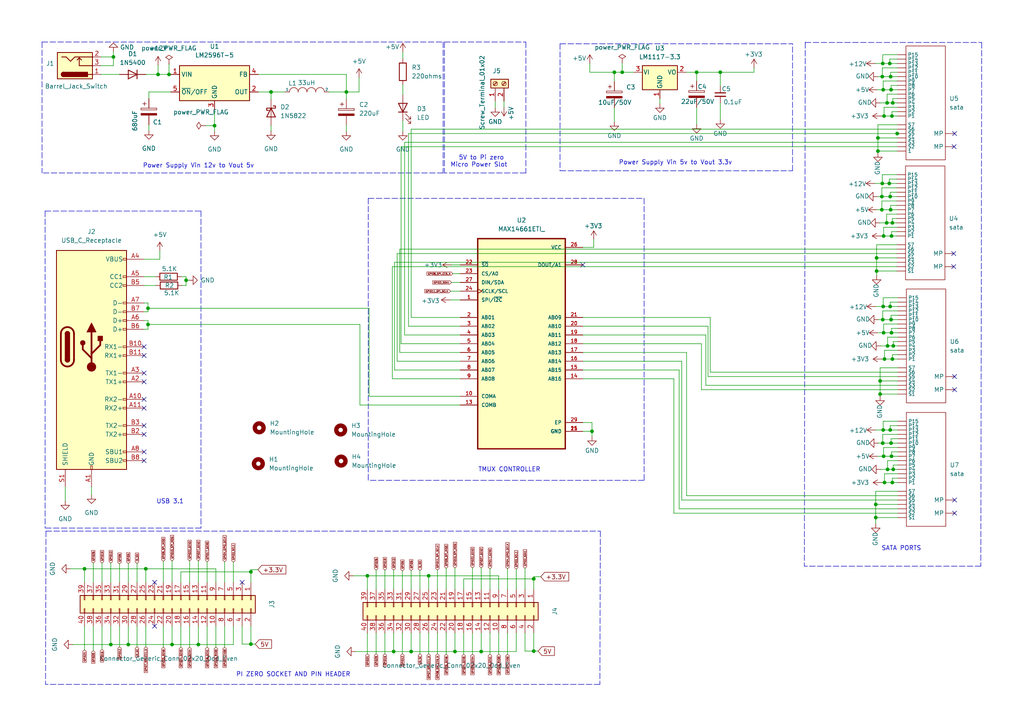
<source format=kicad_sch>
(kicad_sch (version 20211123) (generator eeschema)
  (paper "A4")
  (junction (at 131.953 188.976))
  (junction (at 256.032 128.524))
  (junction (at 254.254 78.613))
  (junction (at 258.572 132.334))
  (junction (at 256.159 26.035))
  (junction (at 178.181 20.955))
  (junction (at 72.771 186.817))
  (junction (at 72.771 165.862))
  (junction (at 180.467 20.955))
  (junction (at 258.953 29.845))
  (junction (at 100.457 26.67))
  (junction (at 256.286 132.334))
  (junction (at 119.253 188.976))
  (junction (at 114.173 188.976))
  (junction (at 154.813 188.849))
  (junction (at 258.445 92.71))
  (junction (at 255.27 110.49))
  (junction (at 254.254 74.803))
  (junction (at 257.302 29.845))
  (junction (at 254.635 43.815))
  (junction (at 256.159 124.714))
  (junction (at 256.032 18.415))
  (junction (at 256.54 139.954))
  (junction (at 258.318 60.833))
  (junction (at 171.704 125.095))
  (junction (at 259.08 100.33))
  (junction (at 260.223 38.735))
  (junction (at 42.291 164.973))
  (junction (at 57.531 186.944))
  (junction (at 202.057 20.955))
  (junction (at 256.413 33.655))
  (junction (at 106.553 167.005))
  (junction (at 45.847 21.59))
  (junction (at 255.27 114.3))
  (junction (at 255.905 22.225))
  (junction (at 256.032 92.71))
  (junction (at 37.211 186.944))
  (junction (at 255.905 53.213))
  (junction (at 254 150.114))
  (junction (at 49.911 186.944))
  (junction (at 24.511 164.973))
  (junction (at 258.572 96.52))
  (junction (at 258.318 22.225))
  (junction (at 258.826 64.643))
  (junction (at 258.191 124.714))
  (junction (at 258.191 88.9))
  (junction (at 139.573 188.976))
  (junction (at 258.699 33.655))
  (junction (at 62.23 36.449))
  (junction (at 124.333 167.005))
  (junction (at 32.131 186.944))
  (junction (at 257.175 64.643))
  (junction (at 258.826 139.954))
  (junction (at 32.893 16.51))
  (junction (at 258.445 128.524))
  (junction (at 257.429 100.33))
  (junction (at 42.926 94.107))
  (junction (at 208.915 20.955))
  (junction (at 255.778 60.833))
  (junction (at 258.445 26.035))
  (junction (at 154.813 167.894))
  (junction (at 258.191 57.023))
  (junction (at 254.635 40.005))
  (junction (at 53.975 81.28))
  (junction (at 258.572 68.453))
  (junction (at 256.159 88.9))
  (junction (at 259.08 136.144))
  (junction (at 78.613 26.67))
  (junction (at 257.429 136.144))
  (junction (at 257.937 53.213))
  (junction (at 256.286 68.453))
  (junction (at 258.064 18.415))
  (junction (at 256.286 96.52))
  (junction (at 254 146.304))
  (junction (at 256.54 104.14))
  (junction (at 255.778 57.023))
  (junction (at 42.926 89.408))
  (junction (at 49.022 21.59))
  (junction (at 258.826 104.14))
  (no_connect (at 276.86 38.735))
  (no_connect (at 276.733 42.545))
  (no_connect (at 276.606 73.533))
  (no_connect (at 276.606 77.343))
  (no_connect (at 276.86 109.22))
  (no_connect (at 44.831 181.61))
  (no_connect (at 41.783 103.124))
  (no_connect (at 41.783 108.204))
  (no_connect (at 41.783 100.584))
  (no_connect (at 41.783 110.744))
  (no_connect (at 41.783 115.824))
  (no_connect (at 41.783 118.364))
  (no_connect (at 41.783 125.984))
  (no_connect (at 41.783 123.444))
  (no_connect (at 169.037 76.835))
  (no_connect (at 70.231 168.91))
  (no_connect (at 41.783 131.064))
  (no_connect (at 41.783 133.604))
  (no_connect (at 276.86 113.03))
  (no_connect (at 276.86 145.034))
  (no_connect (at 276.86 148.844))
  (no_connect (at 44.831 168.91))
  (wire (pts (xy 205.359 94.615) (xy 169.037 94.615)))
  (polyline (pts (xy 128.524 50.165) (xy 12.192 50.165)))
  (wire (pts (xy 72.771 165.862) (xy 72.771 165.227)))
  (wire (pts (xy 255.905 22.225) (xy 258.318 22.225)))
  (polyline (pts (xy 186.817 139.319) (xy 106.807 139.319)))
  (wire (pts (xy 29.591 181.61) (xy 29.591 188.341)))
  (wire (pts (xy 256.032 15.875) (xy 256.032 18.415)))
  (wire (pts (xy 256.159 26.035) (xy 258.445 26.035)))
  (wire (pts (xy 255.397 100.33) (xy 257.429 100.33)))
  (wire (pts (xy 42.291 164.973) (xy 24.511 164.973)))
  (wire (pts (xy 100.457 26.67) (xy 104.14 26.67)))
  (wire (pts (xy 260.096 72.263) (xy 115.951 72.263)))
  (wire (pts (xy 260.096 67.183) (xy 258.572 67.183)))
  (wire (pts (xy 260.223 20.955) (xy 258.318 20.955)))
  (polyline (pts (xy 128.524 12.192) (xy 128.524 50.165)))
  (wire (pts (xy 42.291 181.61) (xy 42.291 187.579)))
  (wire (pts (xy 204.724 97.155) (xy 169.037 97.155)))
  (polyline (pts (xy 13.335 154.051) (xy 13.208 198.501)))
  (wire (pts (xy 256.413 31.115) (xy 260.223 31.115)))
  (wire (pts (xy 260.096 50.673) (xy 255.905 50.673)))
  (polyline (pts (xy 284.48 164.211) (xy 233.299 164.211)))
  (wire (pts (xy 256.032 92.71) (xy 258.445 92.71)))
  (polyline (pts (xy 229.87 49.53) (xy 229.87 12.7)))
  (wire (pts (xy 41.783 82.804) (xy 45.212 82.804)))
  (wire (pts (xy 139.573 164.719) (xy 139.573 170.942)))
  (wire (pts (xy 116.713 165.608) (xy 116.713 170.942)))
  (polyline (pts (xy 162.433 12.7) (xy 162.433 49.53)))
  (wire (pts (xy 254 150.114) (xy 254 151.892)))
  (wire (pts (xy 116.332 99.695) (xy 133.477 99.695)))
  (wire (pts (xy 256.286 132.334) (xy 258.572 132.334)))
  (wire (pts (xy 260.35 90.17) (xy 256.032 90.17)))
  (wire (pts (xy 254.254 70.993) (xy 254.254 74.803)))
  (wire (pts (xy 126.873 165.354) (xy 126.873 170.942)))
  (wire (pts (xy 260.096 77.343) (xy 113.792 77.343)))
  (wire (pts (xy 47.371 162.814) (xy 47.371 168.91)))
  (wire (pts (xy 59.563 36.449) (xy 62.23 36.449)))
  (wire (pts (xy 258.445 24.765) (xy 258.445 26.035)))
  (wire (pts (xy 255.27 29.845) (xy 257.302 29.845)))
  (polyline (pts (xy 233.553 12.319) (xy 233.299 164.211)))
  (polyline (pts (xy 173.99 198.501) (xy 13.208 198.501)))
  (wire (pts (xy 260.35 86.36) (xy 256.159 86.36)))
  (wire (pts (xy 256.286 96.52) (xy 258.572 96.52)))
  (wire (pts (xy 258.572 131.064) (xy 258.572 132.334)))
  (wire (pts (xy 256.54 139.954) (xy 258.826 139.954)))
  (wire (pts (xy 256.54 139.954) (xy 256.54 137.414)))
  (wire (pts (xy 118.491 94.615) (xy 133.477 94.615)))
  (wire (pts (xy 41.783 95.504) (xy 42.926 95.504)))
  (wire (pts (xy 205.359 109.22) (xy 205.359 94.615)))
  (wire (pts (xy 37.211 181.61) (xy 37.211 186.944)))
  (polyline (pts (xy 12.192 12.192) (xy 128.524 12.192)))
  (wire (pts (xy 42.926 89.408) (xy 42.926 90.424)))
  (polyline (pts (xy 58.293 61.214) (xy 58.293 153.162)))
  (wire (pts (xy 258.191 57.023) (xy 260.096 57.023)))
  (wire (pts (xy 260.35 87.63) (xy 258.191 87.63)))
  (wire (pts (xy 45.847 18.923) (xy 45.847 21.59)))
  (wire (pts (xy 260.35 138.684) (xy 258.826 138.684)))
  (wire (pts (xy 256.032 18.415) (xy 258.064 18.415)))
  (wire (pts (xy 147.193 164.973) (xy 147.193 170.942)))
  (wire (pts (xy 257.429 133.604) (xy 257.429 136.144)))
  (wire (pts (xy 255.778 139.954) (xy 256.54 139.954)))
  (wire (pts (xy 116.332 42.545) (xy 116.332 99.695)))
  (wire (pts (xy 258.318 22.225) (xy 260.223 22.225)))
  (wire (pts (xy 254 146.304) (xy 254 150.114)))
  (wire (pts (xy 254.762 128.524) (xy 256.032 128.524)))
  (polyline (pts (xy 152.527 12.192) (xy 152.527 50.165)))
  (wire (pts (xy 169.037 122.555) (xy 171.704 122.555)))
  (wire (pts (xy 256.286 68.453) (xy 256.286 65.913)))
  (wire (pts (xy 260.35 134.874) (xy 259.08 134.874)))
  (wire (pts (xy 154.813 167.894) (xy 154.813 167.259)))
  (wire (pts (xy 208.915 20.955) (xy 208.915 24.892)))
  (wire (pts (xy 260.35 145.034) (xy 197.739 145.034)))
  (wire (pts (xy 258.191 87.63) (xy 258.191 88.9)))
  (wire (pts (xy 260.223 41.275) (xy 117.348 41.275)))
  (wire (pts (xy 116.84 24.638) (xy 116.84 27.432)))
  (wire (pts (xy 258.572 96.52) (xy 260.35 96.52)))
  (wire (pts (xy 256.54 104.14) (xy 258.826 104.14)))
  (wire (pts (xy 54.991 181.61) (xy 54.991 187.706)))
  (wire (pts (xy 178.181 31.242) (xy 178.181 35.306)))
  (wire (pts (xy 53.975 81.28) (xy 53.975 82.804)))
  (wire (pts (xy 43.18 26.67) (xy 49.53 26.67)))
  (wire (pts (xy 106.553 167.005) (xy 102.489 167.005)))
  (wire (pts (xy 260.35 114.3) (xy 255.27 114.3)))
  (wire (pts (xy 197.739 104.775) (xy 169.037 104.775)))
  (polyline (pts (xy 106.807 57.531) (xy 186.817 57.531)))
  (wire (pts (xy 257.937 51.943) (xy 257.937 53.213)))
  (wire (pts (xy 134.493 167.894) (xy 134.493 170.942)))
  (wire (pts (xy 254.254 78.613) (xy 254.254 79.883)))
  (wire (pts (xy 255.143 64.643) (xy 257.175 64.643)))
  (wire (pts (xy 65.151 181.61) (xy 65.151 187.706)))
  (polyline (pts (xy 13.081 61.214) (xy 58.293 61.214)))
  (wire (pts (xy 34.671 181.61) (xy 34.671 187.579)))
  (wire (pts (xy 124.333 183.642) (xy 124.333 189.611)))
  (wire (pts (xy 260.223 15.875) (xy 256.032 15.875)))
  (wire (pts (xy 111.633 165.354) (xy 111.633 170.942)))
  (wire (pts (xy 205.994 92.075) (xy 169.037 92.075)))
  (wire (pts (xy 65.151 162.941) (xy 65.151 168.91)))
  (wire (pts (xy 154.813 167.894) (xy 154.813 170.942)))
  (wire (pts (xy 146.177 29.337) (xy 146.177 31.115)))
  (wire (pts (xy 258.191 124.714) (xy 260.35 124.714)))
  (wire (pts (xy 41.783 75.184) (xy 46.355 75.184)))
  (wire (pts (xy 142.113 183.642) (xy 142.113 189.738)))
  (wire (pts (xy 258.318 60.833) (xy 260.096 60.833)))
  (wire (pts (xy 42.926 94.107) (xy 42.926 95.504)))
  (wire (pts (xy 29.337 19.05) (xy 32.893 19.05)))
  (wire (pts (xy 255.778 54.483) (xy 255.778 57.023)))
  (wire (pts (xy 258.318 59.563) (xy 258.318 60.833)))
  (wire (pts (xy 258.191 123.444) (xy 258.191 124.714)))
  (wire (pts (xy 72.771 181.61) (xy 72.771 186.817)))
  (wire (pts (xy 43.18 36.195) (xy 43.18 37.846)))
  (wire (pts (xy 149.733 165.1) (xy 149.733 170.942)))
  (wire (pts (xy 255.778 58.293) (xy 255.778 60.833)))
  (wire (pts (xy 260.35 123.444) (xy 258.191 123.444)))
  (wire (pts (xy 180.467 20.955) (xy 183.769 20.955)))
  (polyline (pts (xy 284.734 12.319) (xy 284.48 164.211)))
  (wire (pts (xy 124.333 167.005) (xy 106.553 167.005)))
  (wire (pts (xy 62.23 36.449) (xy 62.23 38.1)))
  (wire (pts (xy 139.573 188.976) (xy 149.733 188.976)))
  (wire (pts (xy 100.457 21.59) (xy 100.457 26.67)))
  (wire (pts (xy 258.445 128.524) (xy 260.35 128.524)))
  (wire (pts (xy 259.08 100.33) (xy 260.35 100.33)))
  (wire (pts (xy 199.009 20.955) (xy 202.057 20.955)))
  (wire (pts (xy 103.124 188.976) (xy 114.173 188.976)))
  (wire (pts (xy 258.191 55.753) (xy 258.191 57.023)))
  (wire (pts (xy 104.394 94.107) (xy 104.394 117.475)))
  (wire (pts (xy 197.739 145.034) (xy 197.739 104.775)))
  (wire (pts (xy 258.445 91.44) (xy 258.445 92.71)))
  (polyline (pts (xy 13.081 61.214) (xy 13.081 153.162)))
  (wire (pts (xy 256.413 33.655) (xy 258.699 33.655)))
  (wire (pts (xy 257.175 62.103) (xy 257.175 64.643)))
  (wire (pts (xy 116.84 15.113) (xy 116.84 17.018)))
  (wire (pts (xy 129.413 183.642) (xy 129.413 189.738)))
  (wire (pts (xy 258.445 127.254) (xy 258.445 128.524)))
  (wire (pts (xy 115.189 104.775) (xy 133.477 104.775)))
  (wire (pts (xy 257.175 64.643) (xy 258.826 64.643)))
  (wire (pts (xy 42.926 87.884) (xy 42.926 89.408)))
  (wire (pts (xy 260.096 78.613) (xy 254.254 78.613)))
  (wire (pts (xy 37.211 163.449) (xy 37.211 168.91)))
  (wire (pts (xy 131.953 188.976) (xy 139.573 188.976)))
  (wire (pts (xy 152.273 188.849) (xy 154.813 188.849)))
  (wire (pts (xy 78.613 26.67) (xy 78.613 28.829)))
  (wire (pts (xy 62.611 164.973) (xy 42.291 164.973)))
  (wire (pts (xy 260.096 58.293) (xy 255.778 58.293)))
  (wire (pts (xy 258.826 63.373) (xy 258.826 64.643)))
  (wire (pts (xy 205.994 107.95) (xy 205.994 92.075)))
  (wire (pts (xy 18.923 141.224) (xy 18.923 145.288)))
  (wire (pts (xy 32.131 163.322) (xy 32.131 168.91)))
  (wire (pts (xy 255.524 68.453) (xy 256.286 68.453)))
  (polyline (pts (xy 128.905 12.192) (xy 152.527 12.192)))
  (wire (pts (xy 258.572 68.453) (xy 260.096 68.453)))
  (wire (pts (xy 254.635 44.323) (xy 254.635 43.815)))
  (wire (pts (xy 255.778 57.023) (xy 258.191 57.023)))
  (wire (pts (xy 152.273 183.642) (xy 152.273 188.849)))
  (wire (pts (xy 256.159 124.714) (xy 258.191 124.714)))
  (wire (pts (xy 149.733 188.976) (xy 149.733 183.642)))
  (wire (pts (xy 152.273 164.846) (xy 152.273 170.942)))
  (wire (pts (xy 258.445 92.71) (xy 260.35 92.71)))
  (wire (pts (xy 255.778 60.833) (xy 258.318 60.833)))
  (wire (pts (xy 26.543 141.224) (xy 26.543 143.51)))
  (wire (pts (xy 142.113 164.973) (xy 142.113 170.942)))
  (wire (pts (xy 178.181 20.955) (xy 180.467 20.955)))
  (wire (pts (xy 260.35 148.844) (xy 195.453 148.844)))
  (wire (pts (xy 260.223 24.765) (xy 258.445 24.765)))
  (wire (pts (xy 60.071 162.941) (xy 60.071 168.91)))
  (wire (pts (xy 260.096 76.073) (xy 114.427 76.073)))
  (wire (pts (xy 260.35 97.79) (xy 257.429 97.79)))
  (wire (pts (xy 119.253 188.976) (xy 131.953 188.976)))
  (wire (pts (xy 259.08 136.144) (xy 260.35 136.144)))
  (wire (pts (xy 104.14 26.67) (xy 104.14 22.479)))
  (wire (pts (xy 260.223 32.385) (xy 258.699 32.385)))
  (wire (pts (xy 131.953 164.719) (xy 131.953 170.942)))
  (wire (pts (xy 42.926 92.964) (xy 42.926 94.107)))
  (wire (pts (xy 260.35 99.06) (xy 259.08 99.06)))
  (wire (pts (xy 39.751 181.61) (xy 39.751 187.579)))
  (wire (pts (xy 258.826 64.643) (xy 260.096 64.643)))
  (wire (pts (xy 260.35 95.25) (xy 258.572 95.25)))
  (polyline (pts (xy 152.527 50.165) (xy 128.905 50.165)))
  (wire (pts (xy 34.671 163.576) (xy 34.671 168.91)))
  (wire (pts (xy 260.096 62.103) (xy 257.175 62.103)))
  (wire (pts (xy 129.413 164.846) (xy 129.413 170.942)))
  (wire (pts (xy 47.371 181.61) (xy 47.371 187.706)))
  (wire (pts (xy 46.355 75.184) (xy 46.355 72.771)))
  (wire (pts (xy 117.348 97.155) (xy 133.477 97.155)))
  (polyline (pts (xy 186.817 57.531) (xy 186.817 139.319)))
  (wire (pts (xy 32.131 181.61) (xy 32.131 186.944)))
  (wire (pts (xy 255.651 33.655) (xy 256.413 33.655)))
  (wire (pts (xy 62.611 164.973) (xy 62.611 168.91)))
  (wire (pts (xy 119.253 165.481) (xy 119.253 170.942)))
  (wire (pts (xy 258.826 102.87) (xy 258.826 104.14)))
  (wire (pts (xy 172.212 69.469) (xy 172.212 71.755)))
  (wire (pts (xy 256.413 33.655) (xy 256.413 31.115)))
  (wire (pts (xy 256.159 122.174) (xy 256.159 124.714)))
  (wire (pts (xy 45.847 21.59) (xy 49.022 21.59)))
  (wire (pts (xy 254.254 74.803) (xy 254.254 78.613)))
  (wire (pts (xy 258.572 67.183) (xy 258.572 68.453)))
  (wire (pts (xy 118.491 38.735) (xy 118.491 94.615)))
  (wire (pts (xy 260.096 55.753) (xy 258.191 55.753)))
  (wire (pts (xy 260.35 142.494) (xy 254 142.494)))
  (wire (pts (xy 260.35 102.87) (xy 258.826 102.87)))
  (wire (pts (xy 255.397 136.144) (xy 257.429 136.144)))
  (wire (pts (xy 260.096 74.803) (xy 254.254 74.803)))
  (wire (pts (xy 114.173 165.354) (xy 114.173 170.942)))
  (polyline (pts (xy 58.293 153.162) (xy 13.081 153.162)))
  (wire (pts (xy 131.318 79.375) (xy 133.477 79.375)))
  (wire (pts (xy 260.35 146.304) (xy 254 146.304)))
  (wire (pts (xy 208.915 20.955) (xy 218.694 20.955)))
  (wire (pts (xy 144.653 167.005) (xy 144.653 170.942)))
  (wire (pts (xy 67.691 163.068) (xy 67.691 168.91)))
  (polyline (pts (xy 162.433 12.7) (xy 229.87 12.7)))
  (wire (pts (xy 72.771 165.862) (xy 72.771 168.91)))
  (wire (pts (xy 114.173 188.976) (xy 119.253 188.976)))
  (wire (pts (xy 255.27 110.49) (xy 255.27 114.3)))
  (wire (pts (xy 29.591 163.322) (xy 29.591 168.91)))
  (wire (pts (xy 21.082 186.944) (xy 32.131 186.944)))
  (wire (pts (xy 143.637 29.337) (xy 143.637 31.242)))
  (wire (pts (xy 78.613 26.67) (xy 82.677 26.67)))
  (wire (pts (xy 259.08 134.874) (xy 259.08 136.144)))
  (wire (pts (xy 24.511 164.973) (xy 20.447 164.973)))
  (wire (pts (xy 116.713 183.642) (xy 116.713 189.611)))
  (wire (pts (xy 43.18 28.575) (xy 43.18 26.67)))
  (wire (pts (xy 258.572 132.334) (xy 260.35 132.334)))
  (wire (pts (xy 144.653 183.642) (xy 144.653 189.738)))
  (wire (pts (xy 70.231 181.61) (xy 70.231 186.817)))
  (wire (pts (xy 195.453 148.844) (xy 195.453 109.855)))
  (wire (pts (xy 260.223 27.305) (xy 257.302 27.305)))
  (wire (pts (xy 260.35 125.984) (xy 256.032 125.984)))
  (wire (pts (xy 144.653 167.005) (xy 124.333 167.005)))
  (wire (pts (xy 95.377 26.67) (xy 100.457 26.67)))
  (wire (pts (xy 130.937 81.915) (xy 133.477 81.915)))
  (wire (pts (xy 254.762 92.71) (xy 256.032 92.71)))
  (wire (pts (xy 130.937 76.835) (xy 133.477 76.835)))
  (wire (pts (xy 260.35 109.22) (xy 205.359 109.22)))
  (wire (pts (xy 113.792 109.855) (xy 133.477 109.855)))
  (wire (pts (xy 115.951 72.263) (xy 115.951 102.235)))
  (polyline (pts (xy 128.905 12.192) (xy 128.905 50.165)))
  (wire (pts (xy 257.429 100.33) (xy 259.08 100.33)))
  (wire (pts (xy 109.093 183.642) (xy 109.093 189.611)))
  (wire (pts (xy 260.223 42.545) (xy 116.332 42.545)))
  (wire (pts (xy 195.453 109.855) (xy 169.037 109.855)))
  (wire (pts (xy 260.096 59.563) (xy 258.318 59.563)))
  (wire (pts (xy 260.223 38.735) (xy 118.491 38.735)))
  (wire (pts (xy 57.531 162.687) (xy 57.531 168.91)))
  (wire (pts (xy 53.975 80.264) (xy 53.975 81.28)))
  (wire (pts (xy 27.051 163.322) (xy 27.051 168.91)))
  (wire (pts (xy 113.792 77.343) (xy 113.792 109.855)))
  (wire (pts (xy 260.35 129.794) (xy 256.286 129.794)))
  (wire (pts (xy 27.051 181.61) (xy 27.051 188.722)))
  (wire (pts (xy 180.467 18.288) (xy 180.467 20.955)))
  (wire (pts (xy 100.457 36.322) (xy 100.457 38.1)))
  (wire (pts (xy 199.136 102.235) (xy 169.037 102.235)))
  (wire (pts (xy 258.953 29.845) (xy 260.223 29.845)))
  (wire (pts (xy 74.93 26.67) (xy 78.613 26.67)))
  (wire (pts (xy 258.191 88.9) (xy 260.35 88.9)))
  (wire (pts (xy 42.291 164.973) (xy 42.291 168.91)))
  (wire (pts (xy 255.778 104.14) (xy 256.54 104.14)))
  (wire (pts (xy 62.611 181.61) (xy 62.611 187.706)))
  (wire (pts (xy 256.032 90.17) (xy 256.032 92.71)))
  (wire (pts (xy 254.508 57.023) (xy 255.778 57.023)))
  (polyline (pts (xy 106.807 57.531) (xy 106.807 139.319)))
  (polyline (pts (xy 162.433 49.53) (xy 229.87 49.53)))
  (wire (pts (xy 119.253 37.465) (xy 119.253 92.075)))
  (wire (pts (xy 260.35 106.68) (xy 255.27 106.68)))
  (wire (pts (xy 257.302 27.305) (xy 257.302 29.845)))
  (wire (pts (xy 203.454 113.03) (xy 203.454 99.695)))
  (wire (pts (xy 114.173 183.642) (xy 114.173 188.976)))
  (wire (pts (xy 256.159 86.36) (xy 256.159 88.9)))
  (wire (pts (xy 202.057 31.115) (xy 202.057 36.068)))
  (wire (pts (xy 260.223 17.145) (xy 258.064 17.145)))
  (wire (pts (xy 114.427 107.315) (xy 133.477 107.315)))
  (wire (pts (xy 24.511 164.973) (xy 24.511 168.91)))
  (wire (pts (xy 257.429 136.144) (xy 259.08 136.144)))
  (wire (pts (xy 53.975 82.804) (xy 52.832 82.804)))
  (wire (pts (xy 260.35 150.114) (xy 254 150.114)))
  (wire (pts (xy 74.93 21.59) (xy 100.457 21.59)))
  (wire (pts (xy 260.096 54.483) (xy 255.778 54.483)))
  (wire (pts (xy 258.699 32.385) (xy 258.699 33.655)))
  (wire (pts (xy 254.635 40.005) (xy 254.635 43.815)))
  (wire (pts (xy 260.35 133.604) (xy 257.429 133.604)))
  (wire (pts (xy 49.911 162.687) (xy 49.911 168.91)))
  (wire (pts (xy 258.826 104.14) (xy 260.35 104.14)))
  (wire (pts (xy 256.286 93.98) (xy 256.286 96.52)))
  (wire (pts (xy 218.694 20.955) (xy 218.694 19.685)))
  (wire (pts (xy 208.915 29.972) (xy 208.915 34.671)))
  (wire (pts (xy 42.291 21.59) (xy 45.847 21.59)))
  (wire (pts (xy 260.096 70.993) (xy 254.254 70.993)))
  (wire (pts (xy 258.699 33.655) (xy 260.223 33.655)))
  (wire (pts (xy 137.033 183.642) (xy 137.033 189.738)))
  (wire (pts (xy 202.057 20.955) (xy 208.915 20.955)))
  (wire (pts (xy 257.302 29.845) (xy 258.953 29.845)))
  (wire (pts (xy 260.096 73.533) (xy 115.189 73.533)))
  (wire (pts (xy 39.751 163.449) (xy 39.751 168.91)))
  (wire (pts (xy 258.826 139.954) (xy 260.35 139.954)))
  (wire (pts (xy 255.905 19.685) (xy 255.905 22.225)))
  (wire (pts (xy 107.061 114.935) (xy 133.477 114.935)))
  (wire (pts (xy 260.35 127.254) (xy 258.445 127.254)))
  (wire (pts (xy 57.531 181.61) (xy 57.531 186.944)))
  (wire (pts (xy 255.27 114.3) (xy 255.27 114.935)))
  (wire (pts (xy 156.845 167.259) (xy 154.813 167.259)))
  (wire (pts (xy 254 124.714) (xy 256.159 124.714)))
  (wire (pts (xy 42.926 89.408) (xy 107.061 89.408)))
  (wire (pts (xy 257.937 53.213) (xy 260.096 53.213)))
  (wire (pts (xy 131.953 183.642) (xy 131.953 188.976)))
  (wire (pts (xy 254.635 132.334) (xy 256.286 132.334)))
  (wire (pts (xy 256.286 68.453) (xy 258.572 68.453)))
  (wire (pts (xy 196.977 147.574) (xy 196.977 107.315)))
  (wire (pts (xy 256.032 125.984) (xy 256.032 128.524)))
  (wire (pts (xy 178.181 20.955) (xy 178.181 23.622)))
  (wire (pts (xy 255.905 53.213) (xy 257.937 53.213)))
  (wire (pts (xy 70.231 186.817) (xy 72.771 186.817)))
  (wire (pts (xy 256.54 137.414) (xy 260.35 137.414)))
  (wire (pts (xy 191.389 28.575) (xy 191.389 30.099)))
  (wire (pts (xy 154.813 188.849) (xy 156.083 188.849)))
  (wire (pts (xy 49.022 21.59) (xy 49.53 21.59)))
  (wire (pts (xy 260.223 28.575) (xy 258.953 28.575)))
  (wire (pts (xy 260.35 110.49) (xy 255.27 110.49)))
  (wire (pts (xy 258.064 17.145) (xy 258.064 18.415)))
  (wire (pts (xy 253.746 53.213) (xy 255.905 53.213)))
  (wire (pts (xy 258.318 20.955) (xy 258.318 22.225)))
  (wire (pts (xy 169.037 125.095) (xy 171.704 125.095)))
  (wire (pts (xy 255.905 50.673) (xy 255.905 53.213)))
  (wire (pts (xy 121.793 165.481) (xy 121.793 170.942)))
  (polyline (pts (xy 233.553 12.319) (xy 284.734 12.319)))
  (wire (pts (xy 254.381 60.833) (xy 255.778 60.833)))
  (wire (pts (xy 32.893 16.51) (xy 32.893 14.986)))
  (wire (pts (xy 256.54 101.6) (xy 260.35 101.6)))
  (wire (pts (xy 203.454 99.695) (xy 169.037 99.695)))
  (wire (pts (xy 260.223 19.685) (xy 255.905 19.685)))
  (wire (pts (xy 260.223 40.005) (xy 254.635 40.005)))
  (wire (pts (xy 74.803 165.227) (xy 72.771 165.227)))
  (wire (pts (xy 126.873 183.642) (xy 126.873 189.611)))
  (wire (pts (xy 260.35 107.95) (xy 205.994 107.95)))
  (wire (pts (xy 60.071 181.61) (xy 60.071 187.706)))
  (wire (pts (xy 260.35 147.574) (xy 196.977 147.574)))
  (wire (pts (xy 57.531 186.944) (xy 67.691 186.944)))
  (wire (pts (xy 29.337 21.59) (xy 34.671 21.59)))
  (wire (pts (xy 260.096 63.373) (xy 258.826 63.373)))
  (wire (pts (xy 29.337 16.51) (xy 32.893 16.51)))
  (wire (pts (xy 116.84 35.052) (xy 116.84 38.1)))
  (wire (pts (xy 256.159 88.9) (xy 258.191 88.9)))
  (wire (pts (xy 72.771 165.862) (xy 52.451 165.862)))
  (wire (pts (xy 256.032 128.524) (xy 258.445 128.524)))
  (wire (pts (xy 254 88.9) (xy 256.159 88.9)))
  (wire (pts (xy 134.493 183.642) (xy 134.493 189.738)))
  (wire (pts (xy 260.223 37.465) (xy 119.253 37.465)))
  (wire (pts (xy 130.683 84.455) (xy 133.477 84.455)))
  (wire (pts (xy 32.131 186.944) (xy 37.211 186.944)))
  (wire (pts (xy 253.873 18.415) (xy 256.032 18.415)))
  (wire (pts (xy 171.704 122.555) (xy 171.704 125.095)))
  (wire (pts (xy 41.783 87.884) (xy 42.926 87.884)))
  (wire (pts (xy 259.08 99.06) (xy 259.08 100.33)))
  (wire (pts (xy 41.783 80.264) (xy 45.085 80.264)))
  (wire (pts (xy 260.35 143.764) (xy 199.136 143.764)))
  (wire (pts (xy 106.553 183.642) (xy 106.553 189.611)))
  (wire (pts (xy 106.553 167.005) (xy 106.553 170.942)))
  (wire (pts (xy 139.573 183.642) (xy 139.573 188.976)))
  (polyline (pts (xy 13.335 154.051) (xy 174.117 154.051)))
  (wire (pts (xy 256.54 104.14) (xy 256.54 101.6)))
  (wire (pts (xy 54.991 162.687) (xy 54.991 168.91)))
  (wire (pts (xy 115.951 102.235) (xy 133.477 102.235)))
  (wire (pts (xy 260.35 122.174) (xy 256.159 122.174)))
  (wire (pts (xy 256.286 129.794) (xy 256.286 132.334)))
  (wire (pts (xy 260.223 36.195) (xy 254.635 36.195)))
  (wire (pts (xy 258.953 28.575) (xy 258.953 29.845)))
  (wire (pts (xy 52.451 181.61) (xy 52.451 187.706)))
  (wire (pts (xy 107.061 89.408) (xy 107.061 114.935)))
  (wire (pts (xy 119.253 183.642) (xy 119.253 188.976)))
  (wire (pts (xy 260.096 51.943) (xy 257.937 51.943)))
  (wire (pts (xy 109.093 165.354) (xy 109.093 170.942)))
  (wire (pts (xy 78.613 36.449) (xy 78.613 37.973)))
  (wire (pts (xy 24.511 181.61) (xy 24.511 188.468)))
  (wire (pts (xy 62.23 31.75) (xy 62.23 36.449)))
  (wire (pts (xy 257.429 97.79) (xy 257.429 100.33)))
  (polyline (pts (xy 233.553 12.192) (xy 233.553 12.319)))
  (wire (pts (xy 260.223 23.495) (xy 256.159 23.495)))
  (wire (pts (xy 117.348 41.275) (xy 117.348 97.155)))
  (wire (pts (xy 154.813 183.642) (xy 154.813 188.849)))
  (wire (pts (xy 49.911 186.944) (xy 57.531 186.944)))
  (wire (pts (xy 37.211 186.944) (xy 49.911 186.944)))
  (wire (pts (xy 154.813 167.894) (xy 134.493 167.894)))
  (wire (pts (xy 204.724 111.76) (xy 204.724 97.155)))
  (wire (pts (xy 258.826 138.684) (xy 258.826 139.954)))
  (wire (pts (xy 67.691 186.944) (xy 67.691 181.61)))
  (wire (pts (xy 258.445 26.035) (xy 260.223 26.035)))
  (wire (pts (xy 260.35 131.064) (xy 258.572 131.064)))
  (wire (pts (xy 171.069 20.955) (xy 178.181 20.955)))
  (wire (pts (xy 260.35 93.98) (xy 256.286 93.98)))
  (wire (pts (xy 256.159 23.495) (xy 256.159 26.035)))
  (wire (pts (xy 254.635 43.815) (xy 260.223 43.815)))
  (wire (pts (xy 199.136 143.764) (xy 199.136 102.235)))
  (wire (pts (xy 32.893 19.05) (xy 32.893 16.51)))
  (wire (pts (xy 115.189 73.533) (xy 115.189 104.775)))
  (wire (pts (xy 49.022 18.542) (xy 49.022 21.59)))
  (wire (pts (xy 202.057 20.955) (xy 202.057 23.495)))
  (wire (pts (xy 137.033 164.719) (xy 137.033 170.942)))
  (wire (pts (xy 124.333 167.005) (xy 124.333 170.942)))
  (wire (pts (xy 260.35 38.735) (xy 260.223 38.735)))
  (wire (pts (xy 100.457 26.67) (xy 100.457 28.702)))
  (wire (pts (xy 255.27 106.68) (xy 255.27 110.49)))
  (wire (pts (xy 111.633 183.642) (xy 111.633 189.611)))
  (wire (pts (xy 171.069 18.415) (xy 171.069 20.955)))
  (wire (pts (xy 260.35 91.44) (xy 258.445 91.44)))
  (wire (pts (xy 256.286 65.913) (xy 260.096 65.913)))
  (wire (pts (xy 254.508 26.035) (xy 256.159 26.035)))
  (wire (pts (xy 254.635 36.195) (xy 254.635 40.005)))
  (wire (pts (xy 258.572 95.25) (xy 258.572 96.52)))
  (wire (pts (xy 130.556 86.995) (xy 133.477 86.995)))
  (wire (pts (xy 121.793 183.642) (xy 121.793 189.611)))
  (wire (pts (xy 52.705 80.264) (xy 53.975 80.264)))
  (wire (pts (xy 171.704 125.095) (xy 171.704 126.619)))
  (wire (pts (xy 260.35 111.76) (xy 204.724 111.76)))
  (wire (pts (xy 254 142.494) (xy 254 146.304)))
  (polyline (pts (xy 12.192 12.192) (xy 12.192 50.165)))
  (wire (pts (xy 41.783 90.424) (xy 42.926 90.424)))
  (wire (pts (xy 42.926 94.107) (xy 104.394 94.107)))
  (wire (pts (xy 72.771 186.817) (xy 74.041 186.817)))
  (wire (pts (xy 196.977 107.315) (xy 169.037 107.315)))
  (wire (pts (xy 104.394 117.475) (xy 133.477 117.475)))
  (wire (pts (xy 258.064 18.415) (xy 260.223 18.415)))
  (wire (pts (xy 49.911 181.61) (xy 49.911 186.944)))
  (wire (pts (xy 254.635 22.225) (xy 255.905 22.225)))
  (wire (pts (xy 147.193 183.642) (xy 147.193 189.738)))
  (wire (pts (xy 53.975 81.28) (xy 54.737 81.28)))
  (wire (pts (xy 172.212 71.755) (xy 169.037 71.755)))
  (wire (pts (xy 114.427 76.073) (xy 114.427 107.315)))
  (polyline (pts (xy 174.117 154.051) (xy 173.99 198.501)))
  (wire (pts (xy 52.451 165.862) (xy 52.451 168.91)))
  (wire (pts (xy 254.635 96.52) (xy 256.286 96.52)))
  (wire (pts (xy 119.253 92.075) (xy 133.477 92.075)))
  (wire (pts (xy 41.783 92.964) (xy 42.926 92.964)))
  (wire (pts (xy 260.35 113.03) (xy 203.454 113.03)))
  (text "5V to Pi zero \nMicro Power Slot" (at 147.193 48.641 180) (effects (font (size 1.27 1.27)) (justify right bottom)))
  (text "Power Supply Vin 12v to Vout 5v" (at 41.402 48.895 0) (effects (font (size 1.27 1.27)) (justify left bottom)))
  (text "USB 3.1" (at 45.339 146.304 0) (effects (font (size 1.27 1.27)) (justify left bottom)))
  (text "TMUX CONTROLLER" (at 138.684 137.033 0) (effects (font (size 1.27 1.27)) (justify left bottom)))
  (text "PI ZERO SOCKET AND PIN HEADER" (at 68.453 196.469 0) (effects (font (size 1.27 1.27)) (justify left bottom)))
  (text "SATA PORTS" (at 255.651 159.893 0) (effects (font (size 1.27 1.27)) (justify left bottom)))
  (text "Power Supply Vin 5v to Vout 3.3v\n " (at 179.451 50.038 0) (effects (font (size 1.27 1.27)) (justify left bottom)))
  (global_label "GPIO23_GEN4" (shape input) (at 137.033 189.738 270) (effects (font (size 0.5 0.5))) (property "Intersheet References" "${INTERSHEET_REFS}" (effects hide)))
  (global_label "GPIO25_GEN6" (shape input) (at 129.413 189.738 270) (effects (font (size 0.5 0.5))) (property "Intersheet References" "${INTERSHEET_REFS}" (effects hide)))
  (global_label "GPIO2_SDA1" (shape input) (at 152.273 164.846 90) (effects (font (size 0.5 0.5))) (property "Intersheet References" "${INTERSHEET_REFS}" (effects hide)))
  (global_label "GPIO8_SPI_CE0_N" (shape input) (at 126.873 189.611 270) (effects (font (size 0.5 0.5))) (property "Intersheet References" "${INTERSHEET_REFS}" (effects hide)))
  (global_label "ID_SD" (shape input) (at 121.793 165.481 90) (effects (font (size 0.5 0.5))) (property "Intersheet References" "${INTERSHEET_REFS}" (effects hide)))
  (global_label "GPIO17_GEN0" (shape input) (at 60.071 162.941 90) (effects (font (size 0.5 0.5))) (property "Intersheet References" "${INTERSHEET_REFS}" (effects hide)))
  (global_label "GPIO24_GEN5" (shape input) (at 134.493 189.738 270) (effects (font (size 0.5 0.5))) (property "Intersheet References" "${INTERSHEET_REFS}" (effects hide)))
  (global_label "GPIO17_GEN0" (shape input) (at 142.113 164.973 90) (effects (font (size 0.5 0.5))) (property "Intersheet References" "${INTERSHEET_REFS}" (effects hide)))
  (global_label "GPIO14_TXD0" (shape input) (at 147.193 189.738 270) (effects (font (size 0.5 0.5))) (property "Intersheet References" "${INTERSHEET_REFS}" (effects hide)))
  (global_label "GPIO4_GPIO_GCLK" (shape input) (at 65.151 162.941 90) (effects (font (size 0.5 0.5))) (property "Intersheet References" "${INTERSHEET_REFS}" (effects hide)))
  (global_label "GPIO3_SCL1" (shape input) (at 67.691 163.068 90) (effects (font (size 0.5 0.5))) (property "Intersheet References" "${INTERSHEET_REFS}" (effects hide)))
  (global_label "GPIO20" (shape input) (at 27.051 188.722 270) (effects (font (size 0.5 0.5))) (property "Intersheet References" "${INTERSHEET_REFS}" (effects hide)))
  (global_label "GPIO12" (shape input) (at 116.713 189.611 270) (effects (font (size 0.5 0.5))) (property "Intersheet References" "${INTERSHEET_REFS}" (effects hide)))
  (global_label "GPIO19" (shape input) (at 29.591 163.322 90) (effects (font (size 0.5 0.5))) (property "Intersheet References" "${INTERSHEET_REFS}" (effects hide)))
  (global_label "GPIO21" (shape input) (at 24.511 188.468 270) (effects (font (size 0.5 0.5))) (property "Intersheet References" "${INTERSHEET_REFS}" (effects hide)))
  (global_label "GPIO22_GEN3" (shape input) (at 137.033 164.719 90) (effects (font (size 0.5 0.5))) (property "Intersheet References" "${INTERSHEET_REFS}" (effects hide)))
  (global_label "GPIO24_GEN5" (shape input) (at 52.451 187.706 270) (effects (font (size 0.5 0.5))) (property "Intersheet References" "${INTERSHEET_REFS}" (effects hide)))
  (global_label "GPIO5" (shape input) (at 37.211 163.449 90) (effects (font (size 0.5 0.5))) (property "Intersheet References" "${INTERSHEET_REFS}" (effects hide)))
  (global_label "GPIO16" (shape input) (at 29.591 188.341 270) (effects (font (size 0.5 0.5))) (property "Intersheet References" "${INTERSHEET_REFS}" (effects hide)))
  (global_label "GPIO15_RXD0" (shape input) (at 144.653 189.738 270) (effects (font (size 0.5 0.5))) (property "Intersheet References" "${INTERSHEET_REFS}" (effects hide)))
  (global_label "GPIO11_SPI_SCLK" (shape input) (at 130.683 84.455 180) (effects (font (size 0.5 0.5))) (property "Intersheet References" "${INTERSHEET_REFS}" (effects hide)))
  (global_label "GPIO11_SPI_SCLK" (shape input) (at 126.873 165.354 90) (effects (font (size 0.5 0.5))) (property "Intersheet References" "${INTERSHEET_REFS}" (effects hide)))
  (global_label "ID_SC" (shape input) (at 39.751 187.579 270) (effects (font (size 0.5 0.5))) (property "Intersheet References" "${INTERSHEET_REFS}" (effects hide)))
  (global_label "GPIO12" (shape input) (at 34.671 187.579 270) (effects (font (size 0.5 0.5))) (property "Intersheet References" "${INTERSHEET_REFS}" (effects hide)))
  (global_label "GPIO10_SPI_MOSI" (shape input) (at 131.953 164.719 90) (effects (font (size 0.5 0.5))) (property "Intersheet References" "${INTERSHEET_REFS}" (effects hide)))
  (global_label "GPIO5" (shape input) (at 119.253 165.481 90) (effects (font (size 0.5 0.5))) (property "Intersheet References" "${INTERSHEET_REFS}" (effects hide)))
  (global_label "GPIO2_SDA1" (shape input) (at 130.937 81.915 180) (effects (font (size 0.5 0.5))) (property "Intersheet References" "${INTERSHEET_REFS}" (effects hide)))
  (global_label "5V" (shape input) (at 156.083 188.849 0) (property "Intersheet References" "${INTERSHEET_REFS}" (effects hide)))
  (global_label "GPIO15_RXD0" (shape input) (at 62.611 187.706 270) (effects (font (size 0.5 0.5))) (property "Intersheet References" "${INTERSHEET_REFS}" (effects hide)))
  (global_label "GPIO9_SPI_MISO" (shape input) (at 47.371 162.814 90) (effects (font (size 0.5 0.5))) (property "Intersheet References" "${INTERSHEET_REFS}" (effects hide)))
  (global_label "GPIO20" (shape input) (at 109.093 189.611 270) (effects (font (size 0.5 0.5))) (property "Intersheet References" "${INTERSHEET_REFS}" (effects hide)))
  (global_label "GPIO14_TXD0" (shape input) (at 65.151 187.706 270) (effects (font (size 0.5 0.5))) (property "Intersheet References" "${INTERSHEET_REFS}" (effects hide)))
  (global_label "ID_SD" (shape input) (at 39.751 163.449 90) (effects (font (size 0.5 0.5))) (property "Intersheet References" "${INTERSHEET_REFS}" (effects hide)))
  (global_label "ID_SC" (shape input) (at 121.793 189.611 270) (effects (font (size 0.5 0.5))) (property "Intersheet References" "${INTERSHEET_REFS}" (effects hide)))
  (global_label "GPIO16" (shape input) (at 111.633 189.611 270) (effects (font (size 0.5 0.5))) (property "Intersheet References" "${INTERSHEET_REFS}" (effects hide)))
  (global_label "GPIO13" (shape input) (at 114.173 165.354 90) (effects (font (size 0.5 0.5))) (property "Intersheet References" "${INTERSHEET_REFS}" (effects hide)))
  (global_label "GPIO26" (shape input) (at 27.051 163.322 90) (effects (font (size 0.5 0.5))) (property "Intersheet References" "${INTERSHEET_REFS}" (effects hide)))
  (global_label "GPIO23_GEN4" (shape input) (at 54.991 187.706 270) (effects (font (size 0.5 0.5))) (property "Intersheet References" "${INTERSHEET_REFS}" (effects hide)))
  (global_label "GPIO27_GEN2" (shape input) (at 139.573 164.719 90) (effects (font (size 0.5 0.5))) (property "Intersheet References" "${INTERSHEET_REFS}" (effects hide)))
  (global_label "GPIO9_SPI_MISO" (shape input) (at 129.413 164.846 90) (effects (font (size 0.5 0.5))) (property "Intersheet References" "${INTERSHEET_REFS}" (effects hide)))
  (global_label "GPIO6" (shape input) (at 116.713 165.608 90) (effects (font (size 0.5 0.5))) (property "Intersheet References" "${INTERSHEET_REFS}" (effects hide)))
  (global_label "GPIO27_GEN2" (shape input) (at 57.531 162.687 90) (effects (font (size 0.5 0.5))) (property "Intersheet References" "${INTERSHEET_REFS}" (effects hide)))
  (global_label "GPIO26" (shape input) (at 109.093 165.354 90) (effects (font (size 0.5 0.5))) (property "Intersheet References" "${INTERSHEET_REFS}" (effects hide)))
  (global_label "GPIO19" (shape input) (at 111.633 165.354 90) (effects (font (size 0.5 0.5))) (property "Intersheet References" "${INTERSHEET_REFS}" (effects hide)))
  (global_label "5V" (shape input) (at 74.041 186.817 0) (property "Intersheet References" "${INTERSHEET_REFS}" (effects hide)))
  (global_label "GPIO18_GEN1" (shape input) (at 60.071 187.706 270) (effects (font (size 0.5 0.5))) (property "Intersheet References" "${INTERSHEET_REFS}" (effects hide)))
  (global_label "GPIO22_GEN3" (shape input) (at 54.991 162.687 90) (effects (font (size 0.5 0.5))) (property "Intersheet References" "${INTERSHEET_REFS}" (effects hide)))
  (global_label "GPIO13" (shape input) (at 32.131 163.322 90) (effects (font (size 0.5 0.5))) (property "Intersheet References" "${INTERSHEET_REFS}" (effects hide)))
  (global_label "GPIO7_SPI_CE1_N" (shape input) (at 42.291 187.579 270) (effects (font (size 0.5 0.5))) (property "Intersheet References" "${INTERSHEET_REFS}" (effects hide)))
  (global_label "GPIO4_GPIO_GCLK" (shape input) (at 147.193 164.973 90) (effects (font (size 0.5 0.5))) (property "Intersheet References" "${INTERSHEET_REFS}" (effects hide)))
  (global_label "GPIO3_SCL1" (shape input) (at 149.733 165.1 90) (effects (font (size 0.5 0.5))) (property "Intersheet References" "${INTERSHEET_REFS}" (effects hide)))
  (global_label "GPIO18_GEN1" (shape input) (at 142.113 189.738 270) (effects (font (size 0.5 0.5))) (property "Intersheet References" "${INTERSHEET_REFS}" (effects hide)))
  (global_label "+3.3V" (shape input) (at 74.803 165.227 0) (property "Intersheet References" "${INTERSHEET_REFS}" (effects hide)))
  (global_label "GPIO10_SPI_MOSI" (shape input) (at 49.911 162.687 90) (effects (font (size 0.5 0.5))) (property "Intersheet References" "${INTERSHEET_REFS}" (effects hide)))
  (global_label "GPIO25_GEN6" (shape input) (at 47.371 187.706 270) (effects (font (size 0.5 0.5))) (property "Intersheet References" "${INTERSHEET_REFS}" (effects hide)))
  (global_label "GPIO21" (shape input) (at 106.553 189.611 270) (effects (font (size 0.5 0.5))) (property "Intersheet References" "${INTERSHEET_REFS}" (effects hide)))
  (global_label "GPIO8_SPI_CE0_N" (shape input) (at 131.318 79.375 180) (effects (font (size 0.5 0.5))) (property "Intersheet References" "${INTERSHEET_REFS}" (effects hide)))
  (global_label "GPIO6" (shape input) (at 34.671 163.576 90) (effects (font (size 0.5 0.5))) (property "Intersheet References" "${INTERSHEET_REFS}" (effects hide)))
  (global_label "+3.3V" (shape input) (at 156.845 167.259 0) (property "Intersheet References" "${INTERSHEET_REFS}" (effects hide)))
  (global_label "GPIO7_SPI_CE1_N" (shape input) (at 124.333 189.611 270) (effects (font (size 0.5 0.5))) (property "Intersheet References" "${INTERSHEET_REFS}" (effects hide)))
  (symbol (lib_id "power:+5V") (at 171.069 18.415 0) (unit 1)
    (property "Reference" "#PWR016" (effects hide))
    (property "Value" "+5V" (at 168.021 16.891 0))
  )
  (symbol (lib_id "Device:R") (at 49.022 82.804 90) (unit 1)
    (property "Reference" "R2" (at 49.149 82.804 90))
    (property "Value" "5.1K" (at 49.784 84.963 90))
    (property "Footprint" "Resistor_SMD:R_2010_5025Metric" (effects hide))
  )
  (symbol (lib_id "Mechanical:MountingHole") (at 75.184 124.079 0) (unit 1)
    (property "Reference" "H2" (at 78.232 122.8089 0) (effects (justify left)))
    (property "Value" "MountingHole" (at 78.232 125.3489 0) (effects (justify left)))
    (property "Footprint" "MountingHole:MountingHole_2.2mm_M2" (effects hide))
  )
  (symbol (lib_id "power:GND") (at 178.181 35.306 0) (unit 1)
    (property "Reference" "#PWR025" (effects hide))
    (property "Value" "GND" (at 178.181 39.37 0))
  )
  (symbol (lib_id "power:+5V") (at 46.355 72.771 0) (unit 1)
    (property "Reference" "#PWR08" (effects hide))
    (property "Value" "+5V" (at 46.355 68.072 0))
  )
  (symbol (lib_id "power:+3.3V") (at 218.694 19.685 0) (unit 1)
    (property "Reference" "#PWR029" (effects hide))
    (property "Value" "+3.3V" (at 215.9 15.748 0) (effects (justify left)))
  )
  (symbol (lib_id "raspberrypi_zerow_uhat-cache:Connector_Generic_Conn_02x20_Odd_Even") (at 49.911 173.99 270) (unit 1)
    (property "Reference" "J3" (at 78.867 175.26 0))
    (property "Value" "Connector_Generic_Conn_02x20_Odd_Even" (at 48.895 191.008 90))
    (property "Footprint" "Connector_PinHeader_2.54mm:PinHeader_2x20_P2.54mm_Vertical" (effects hide))
  )
  (symbol (lib_id "power:GND") (at 254.635 44.323 0) (unit 1)
    (property "Reference" "#PWR040" (effects hide))
    (property "Value" "GND" (at 254.508 50.8 90) (effects (justify left)))
  )
  (symbol (lib_id "Diode:1N5822") (at 78.613 32.639 270) (unit 1)
    (property "Reference" "D2" (at 81.28 31.0514 90) (effects (justify left)))
    (property "Value" "1N5822" (at 81.28 33.5914 90) (effects (justify left)))
    (property "Footprint" "Diode_THT:D_DO-201AD_P15.24mm_Horizontal" (effects hide))
    (property "Datasheet" "http://www.vishay.com/docs/88526/1n5820.pdf" (effects hide))
  )
  (symbol (lib_id "power:+12V") (at 253.746 53.213 90) (unit 1)
    (property "Reference" "#PWR030" (effects hide))
    (property "Value" "+12V" (at 245.999 53.34 90) (effects (justify right)))
  )
  (symbol (lib_id "power:GND") (at 255.27 29.845 270) (unit 1)
    (property "Reference" "#PWR046" (effects hide))
    (property "Value" "GND" (at 248.793 29.718 90) (effects (justify left)))
  )
  (symbol (lib_id "power:GND") (at 103.124 188.976 270) (unit 1)
    (property "Reference" "#PWR018" (effects hide))
    (property "Value" "GND" (at 97.917 188.976 0))
  )
  (symbol (lib_id "power:+12V") (at 253.873 18.415 90) (unit 1)
    (property "Reference" "#PWR031" (effects hide))
    (property "Value" "+12V" (at 246.126 18.542 90) (effects (justify right)))
  )
  (symbol (lib_id "power:GND") (at 254.762 128.524 270) (unit 1)
    (property "Reference" "#PWR044" (effects hide))
    (property "Value" "GND" (at 248.285 128.397 90) (effects (justify left)))
  )
  (symbol (lib_id "power:GND") (at 43.18 37.846 0) (unit 1)
    (property "Reference" "#PWR06" (effects hide))
    (property "Value" "GND" (at 43.18 43.053 0))
  )
  (symbol (lib_id "power:GND") (at 18.923 145.288 0) (unit 1)
    (property "Reference" "#PWR01" (effects hide))
    (property "Value" "GND" (at 18.923 150.495 0))
  )
  (symbol (lib_id "power:+3.3V") (at 130.556 86.995 90) (unit 1)
    (property "Reference" "#PWR011" (effects hide))
    (property "Value" "+3.3V" (at 127.508 87.249 90) (effects (justify left)))
  )
  (symbol (lib_id "power:GND") (at 62.23 38.1 0) (unit 1)
    (property "Reference" "#PWR010" (effects hide))
    (property "Value" "GND" (at 62.23 43.307 0))
  )
  (symbol (lib_id "power:+5V") (at 104.14 22.479 0) (unit 1)
    (property "Reference" "#PWR019" (effects hide))
    (property "Value" "+5V" (at 104.14 17.78 0))
  )
  (symbol (lib_id "Mechanical:MountingHole") (at 98.806 124.714 0) (unit 1)
    (property "Reference" "H3" (at 101.854 123.4439 0) (effects (justify left)))
    (property "Value" "MountingHole" (at 101.854 125.9839 0) (effects (justify left)))
    (property "Footprint" "MountingHole:MountingHole_2.2mm_M2" (effects hide))
  )
  (symbol (lib_id "Device:C_Polarized") (at 202.057 27.305 0) (unit 1)
    (property "Reference" "C4" (at 202.311 25.146 0) (effects (justify left)))
    (property "Value" "22uF/50V" (at 197.485 29.464 0) (effects (justify left)))
    (property "Footprint" "Capacitor_SMD:CP_Elec_4x4.5" (effects hide))
  )
  (symbol (lib_id "power:GND") (at 143.637 31.242 0) (unit 1)
    (property "Reference" "#PWR022" (effects hide))
    (property "Value" "GND" (at 143.637 35.306 0))
  )
  (symbol (lib_id "Device:C_Small") (at 208.915 27.432 0) (unit 1)
    (property "Reference" "C5" (at 209.296 25.781 0) (effects (justify left)))
    (property "Value" "0.1uF" (at 209.804 29.591 0) (effects (justify left)))
    (property "Footprint" "Capacitor_SMD:C_0402_1005Metric" (effects hide))
  )
  (symbol (lib_id "Device:C_Polarized") (at 43.18 32.385 0) (unit 1)
    (property "Reference" "C1" (at 44.323 35.433 0) (effects (justify left)))
    (property "Value" "680uF" (at 39.116 38.1 90) (effects (justify left)))
    (property "Footprint" "Capacitor_Tantalum_SMD:CP_EIA-7343-43_Kemet-X_Pad2.25x2.55mm_HandSolder" (effects hide))
  )
  (symbol (lib_id "raspberrypi_zerow_uhat-cache:power_PWR_FLAG") (at 59.563 36.449 90) (unit 1)
    (property "Reference" "#FLG02" (effects hide))
    (property "Value" "power_PWR_FLAG" (at 58.293 32.512 90))
  )
  (symbol (lib_id "power:+5V") (at 146.177 31.115 180) (unit 1)
    (property "Reference" "#PWR023" (effects hide))
    (property "Value" "+5V" (at 148.209 34.925 90) (effects (justify right)))
  )
  (symbol (lib_id "power:+12V") (at 254 124.714 90) (unit 1)
    (property "Reference" "#PWR033" (effects hide))
    (property "Value" "+12V" (at 246.253 124.841 90) (effects (justify right)))
  )
  (symbol (lib_id "power:GND") (at 254.762 92.71 270) (unit 1)
    (property "Reference" "#PWR043" (effects hide))
    (property "Value" "GND" (at 248.285 92.583 90) (effects (justify left)))
  )
  (symbol (lib_id "power:GND") (at 191.389 30.099 0) (unit 1)
    (property "Reference" "#PWR026" (effects hide))
    (property "Value" "GND" (at 191.389 34.163 0))
  )
  (symbol (lib_id "power:GND") (at 171.704 126.619 0) (unit 1)
    (property "Reference" "#PWR017" (effects hide))
    (property "Value" "GND" (at 171.704 130.683 0))
  )
  (symbol (lib_id "Device:C_Polarized") (at 178.181 27.432 0) (unit 1)
    (property "Reference" "C3" (at 181.61 25.2729 0) (effects (justify left)))
    (property "Value" "10uF/50V" (at 173.482 29.718 0) (effects (justify left)))
    (property "Footprint" "Capacitor_SMD:CP_Elec_4x3" (effects hide))
  )
  (symbol (lib_id "power:GND") (at 21.082 186.944 270) (unit 1)
    (property "Reference" "#PWR03" (effects hide))
    (property "Value" "GND" (at 15.875 186.944 0))
  )
  (symbol (lib_id "power:GND") (at 20.447 164.973 270) (unit 1)
    (property "Reference" "#PWR02" (effects hide))
    (property "Value" "GND" (at 15.24 164.973 0))
  )
  (symbol (lib_id "power:+3.3V") (at 255.651 33.655 90) (unit 1)
    (property "Reference" "#PWR051" (effects hide))
    (property "Value" "+3.3V" (at 251.968 33.6549 90) (effects (justify left)))
  )
  (symbol (lib_id "power:GND") (at 208.915 34.671 0) (unit 1)
    (property "Reference" "#PWR028" (effects hide))
    (property "Value" "GND" (at 208.915 38.735 0))
  )
  (symbol (lib_name "sata_1") (lib_id "SATA:sata") (at 267.843 29.845 0) (unit 1)
    (property "Reference" "U5" (at 275.336 28.5749 0) (effects (justify left)))
    (property "Value" "sata" (at 275.336 31.1149 0) (effects (justify left)))
    (property "Footprint" "Connector_SATA_SAS:SATA_Amphenol_10029364-001LF_Horizontal" (effects hide))
  )
  (symbol (lib_id "Regulator_Switching:LM2596T-5") (at 62.23 24.13 0) (unit 1)
    (property "Reference" "U1" (at 62.23 13.462 0))
    (property "Value" "LM2596T-5" (at 62.23 16.002 0))
    (property "Footprint" "Package_TO_SOT_THT:TO-220-5_P3.4x3.7mm_StaggerOdd_Lead3.8mm_Vertical" (effects hide))
    (property "Datasheet" "http://www.ti.com/lit/ds/symlink/lm2596.pdf" (effects hide))
  )
  (symbol (lib_id "power:GND") (at 254.508 57.023 270) (unit 1)
    (property "Reference" "#PWR038" (effects hide))
    (property "Value" "GND" (at 248.031 56.896 90) (effects (justify left)))
  )
  (symbol (lib_id "power:GND") (at 54.737 81.28 90) (unit 1)
    (property "Reference" "#PWR09" (effects hide))
    (property "Value" "GND" (at 58.166 81.2799 90) (effects (justify right)))
  )
  (symbol (lib_id "Connector:USB_C_Receptacle") (at 26.543 100.584 0) (unit 1)
    (property "Reference" "J2" (at 26.543 67.183 0))
    (property "Value" "USB_C_Receptacle" (at 26.543 69.723 0))
    (property "Footprint" "Connector_USB:USB_C_Receptacle_Amphenol_12401548E4-2A" (effects hide))
    (property "Datasheet" "https://www.usb.org/sites/default/files/documents/usb_type-c.zip" (effects hide))
  )
  (symbol (lib_id "power:GND") (at 254.254 79.883 0) (unit 1)
    (property "Reference" "#PWR035" (effects hide))
    (property "Value" "GND" (at 254.127 86.36 90) (effects (justify left)))
  )
  (symbol (lib_id "power:GND") (at 26.543 143.51 0) (unit 1)
    (property "Reference" "#PWR04" (effects hide))
    (property "Value" "GND" (at 26.543 148.717 0))
  )
  (symbol (lib_id "Device:R") (at 116.84 20.828 0) (unit 1)
    (property "Reference" "R3" (at 119.38 19.5579 0) (effects (justify left)))
    (property "Value" "220ohms" (at 119.38 22.0979 0) (effects (justify left)))
    (property "Footprint" "Resistor_SMD:R_0805_2012Metric" (effects hide))
  )
  (symbol (lib_id "power:GND") (at 202.057 36.068 0) (unit 1)
    (property "Reference" "#PWR027" (effects hide))
    (property "Value" "GND" (at 202.057 40.132 0))
  )
  (symbol (lib_id "power:+3.3V") (at 130.937 76.835 90) (unit 1)
    (property "Reference" "#PWR013" (effects hide))
    (property "Value" "+3.3V" (at 128.27 76.835 90) (effects (justify left)))
  )
  (symbol (lib_id "power:GND") (at 100.457 38.1 0) (unit 1)
    (property "Reference" "#PWR014" (effects hide))
    (property "Value" "GND" (at 100.457 43.307 0))
  )
  (symbol (lib_id "Device:R") (at 48.895 80.264 90) (unit 1)
    (property "Reference" "R1" (at 48.768 80.391 90))
    (property "Value" "5.1K" (at 49.149 77.978 90))
    (property "Footprint" "Resistor_SMD:R_2010_5025Metric" (effects hide))
  )
  (symbol (lib_id "Connector:Barrel_Jack_Switch") (at 21.717 19.05 0) (mirror x) (unit 1)
    (property "Reference" "J1" (at 15.748 18.415 0) (effects (justify right)))
    (property "Value" "Barrel_Jack_Switch" (at 31.242 25.019 0) (effects (justify right)))
    (property "Footprint" "Connector_BarrelJack:BarrelJack_CUI_PJ-102AH_Horizontal" (effects hide))
  )
  (symbol (lib_name "sata_3") (lib_id "SATA:sata") (at 267.97 100.33 0) (unit 1)
    (property "Reference" "U6" (at 275.463 99.0599 0) (effects (justify left)))
    (property "Value" "sata" (at 275.463 101.5999 0) (effects (justify left)))
    (property "Footprint" "Connector_SATA_SAS:SATA_Amphenol_10029364-001LF_Horizontal" (effects hide))
  )
  (symbol (lib_id "Device:C_Polarized") (at 100.457 32.512 0) (unit 1)
    (property "Reference" "C2" (at 104.14 30.3529 0) (effects (justify left)))
    (property "Value" "220uF" (at 104.14 32.8929 0) (effects (justify left)))
    (property "Footprint" "Capacitor_SMD:CP_Elec_5x5.8" (effects hide))
  )
  (symbol (lib_id "power:+3.3V") (at 255.778 139.954 90) (unit 1)
    (property "Reference" "#PWR053" (effects hide))
    (property "Value" "+3.3V" (at 252.095 139.9539 90) (effects (justify left)))
  )
  (symbol (lib_id "power:GND") (at 116.84 38.1 0) (unit 1)
    (property "Reference" "#PWR021" (effects hide))
    (property "Value" "GND" (at 116.84 43.307 0))
  )
  (symbol (lib_id "power:GND") (at 32.893 14.986 180) (unit 1)
    (property "Reference" "#PWR05" (effects hide))
    (property "Value" "GND" (at 34.798 13.7159 0) (effects (justify right)))
  )
  (symbol (lib_id "SATA:sata") (at 267.97 136.144 0) (unit 1)
    (property "Reference" "U7" (at 275.463 134.8739 0) (effects (justify left)))
    (property "Value" "sata" (at 275.463 137.4139 0) (effects (justify left)))
    (property "Footprint" "Connector_SATA_SAS:SATA_Amphenol_10029364-001LF_Horizontal" (effects hide))
  )
  (symbol (lib_id "pspice:INDUCTOR") (at 89.027 26.67 0) (unit 1)
    (property "Reference" "L1" (at 84.836 24.13 0))
    (property "Value" "33uH" (at 88.9 24.003 0))
    (property "Footprint" "Inductor_SMD:L_2512_6332Metric" (effects hide))
  )
  (symbol (lib_id "raspberrypi_zerow_uhat-cache:power_PWR_FLAG") (at 49.022 18.542 0) (unit 1)
    (property "Reference" "#FLG01" (effects hide))
    (property "Value" "power_PWR_FLAG" (at 49.022 13.97 0))
  )
  (symbol (lib_id "power:GND") (at 255.397 136.144 270) (unit 1)
    (property "Reference" "#PWR049" (effects hide))
    (property "Value" "GND" (at 248.92 136.017 90) (effects (justify left)))
  )
  (symbol (lib_id "power:+12V") (at 45.847 18.923 0) (unit 1)
    (property "Reference" "#PWR07" (effects hide))
    (property "Value" "+12V" (at 45.847 13.97 0))
  )
  (symbol (lib_id "power:GND") (at 255.397 100.33 270) (unit 1)
    (property "Reference" "#PWR048" (effects hide))
    (property "Value" "GND" (at 248.92 100.203 90) (effects (justify left)))
  )
  (symbol (lib_id "power:+12V") (at 254 88.9 90) (unit 1)
    (property "Reference" "#PWR032" (effects hide))
    (property "Value" "+12V" (at 246.253 89.027 90) (effects (justify right)))
  )
  (symbol (lib_id "power:+5V") (at 116.84 15.113 0) (unit 1)
    (property "Reference" "#PWR020" (effects hide))
    (property "Value" "+5V" (at 113.792 13.589 0))
  )
  (symbol (lib_id "raspberrypi_zerow_uhat-cache:Connector_Generic_Conn_02x20_Odd_Even") (at 131.953 176.022 270) (unit 1)
    (property "Reference" "J4" (at 160.909 177.292 0))
    (property "Value" "Connector_Generic_Conn_02x20_Odd_Even" (at 130.937 193.04 90))
    (property "Footprint" "Connector_PinSocket_2.54mm:PinSocket_2x20_P2.54mm_Vertical" (effects hide))
  )
  (symbol (lib_id "power:GND") (at 255.143 64.643 270) (unit 1)
    (property "Reference" "#PWR045" (effects hide))
    (property "Value" "GND" (at 248.666 64.516 90) (effects (justify left)))
  )
  (symbol (lib_id "power:GND") (at 78.613 37.973 0) (unit 1)
    (property "Reference" "#PWR012" (effects hide))
    (property "Value" "GND" (at 78.613 43.18 0))
  )
  (symbol (lib_id "power:+3.3V") (at 255.778 104.14 90) (unit 1)
    (property "Reference" "#PWR052" (effects hide))
    (property "Value" "+3.3V" (at 252.095 104.1399 90) (effects (justify left)))
  )
  (symbol (lib_id "power:+5V") (at 254.635 96.52 90) (unit 1)
    (property "Reference" "#PWR041" (effects hide))
    (property "Value" "+5V" (at 248.158 96.52 90) (effects (justify right)))
  )
  (symbol (lib_id "power:+3.3V") (at 255.524 68.453 90) (unit 1)
    (property "Reference" "#PWR050" (effects hide))
    (property "Value" "+3.3V" (at 251.841 68.4529 90) (effects (justify left)))
  )
  (symbol (lib_name "sata_2") (lib_id "SATA:sata") (at 267.716 64.643 0) (unit 1)
    (property "Reference" "U4" (at 275.209 63.3729 0) (effects (justify left)))
    (property "Value" "sata" (at 275.209 65.9129 0) (effects (justify left)))
    (property "Footprint" "Connector_SATA_SAS:SATA_Amphenol_10029364-001LF_Horizontal" (effects hide))
  )
  (symbol (lib_id "power:+3.3V") (at 172.212 69.469 0) (unit 1)
    (property "Reference" "#PWR024" (effects hide))
    (property "Value" "+3.3V" (at 169.418 65.532 0) (effects (justify left)))
  )
  (symbol (lib_id "power:+5V") (at 254.508 26.035 90) (unit 1)
    (property "Reference" "#PWR037" (effects hide))
    (property "Value" "+5V" (at 248.031 26.035 90) (effects (justify right)))
  )
  (symbol (lib_id "raspberrypi_zerow_uhat-cache:power_PWR_FLAG") (at 180.467 18.288 0) (unit 1)
    (property "Reference" "#FLG03" (effects hide))
    (property "Value" "power_PWR_FLAG" (at 180.467 13.716 0))
  )
  (symbol (lib_id "power:GND") (at 102.489 167.005 270) (unit 1)
    (property "Reference" "#PWR015" (effects hide))
    (property "Value" "GND" (at 97.282 167.005 0))
  )
  (symbol (lib_id "Mechanical:MountingHole") (at 98.933 133.731 0) (unit 1)
    (property "Reference" "H4" (at 101.981 132.4609 0) (effects (justify left)))
    (property "Value" "MountingHole" (at 101.981 135.0009 0) (effects (justify left)))
    (property "Footprint" "MountingHole:MountingHole_2.2mm_M2" (effects hide))
  )
  (symbol (lib_id "Connector:Screw_Terminal_01x02") (at 143.637 24.257 90) (unit 1)
    (property "Reference" "J5" (at 142.875 20.574 90) (effects (justify right)))
    (property "Value" "Screw_Terminal_01x02" (at 139.827 16.002 0) (effects (justify right)))
    (property "Footprint" "TerminalBlock_MetzConnect:TerminalBlock_MetzConnect_Type059_RT06302HBWC_1x02_P3.50mm_Horizontal" (effects hide))
  )
  (symbol (lib_id "Regulator_Linear:LM1117-3.3") (at 191.389 20.955 0) (unit 1)
    (property "Reference" "U3" (at 191.389 13.97 0))
    (property "Value" "LM1117-3.3" (at 191.389 16.51 0))
    (property "Footprint" "Package_TO_SOT_SMD:TO-252-3_TabPin2" (effects hide))
    (property "Datasheet" "http://www.ti.com/lit/ds/symlink/lm1117.pdf" (effects hide))
  )
  (symbol (lib_id "power:GND") (at 255.27 114.935 0) (unit 1)
    (property "Reference" "#PWR047" (effects hide))
    (property "Value" "GND" (at 255.143 121.412 90) (effects (justify left)))
  )
  (symbol (lib_id "Mechanical:MountingHole") (at 74.93 134.493 0) (unit 1)
    (property "Reference" "H1" (at 77.978 133.2229 0) (effects (justify left)))
    (property "Value" "MountingHole" (at 77.978 135.7629 0) (effects (justify left)))
    (property "Footprint" "MountingHole:MountingHole_2.2mm_M2" (effects hide))
  )
  (symbol (lib_id "power:+5V") (at 254.381 60.833 90) (unit 1)
    (property "Reference" "#PWR036" (effects hide))
    (property "Value" "+5V" (at 247.904 60.833 90) (effects (justify right)))
  )
  (symbol (lib_id "MAX14661ETI_:MAX14661ETI_") (at 151.257 99.695 0) (unit 1)
    (property "Reference" "U2" (at 151.257 63.881 0))
    (property "Value" "MAX14661ETI_" (at 151.257 66.421 0))
    (property "Footprint" "Package_DFN_QFN:QFN-28_4x4mm_P0.5mm" (effects hide))
    (property "MF" "Maxim Integrated Products" (effects hide))
    (property "DESCRIPTION" "Analog Multiplexer Single 16: 2 28-Pin TQFN Tube" (effects hide))
    (property "PACKAGE" "TQFN-28 Maxim" (effects hide))
    (property "PRICE" "None" (effects hide))
    (property "Package" "None" (effects hide))
    (property "Check_prices" "https://www.snapeda.com/parts/MAX14661ETI+/Analog+Devices/view-part/?ref=eda" (effects hide))
    (property "Price" "None" (effects hide))
    (property "SnapEDA_Link" "https://www.snapeda.com/parts/MAX14661ETI+/Analog+Devices/view-part/?ref=snap" (effects hide))
    (property "MP" "MAX14661ETI+" (effects hide))
    (property "Availability" "In Stock" (effects hide))
    (property "AVAILABILITY" "Unavailable" (effects hide))
    (property "Description" "\nAnalog Multiplexer Single 16:2 28-Pin TQFN EP Tube\n" (effects hide))
  )
  (symbol (lib_id "power:GND") (at 254 151.892 0) (unit 1)
    (property "Reference" "#PWR034" (effects hide))
    (property "Value" "GND" (at 253.873 158.369 90) (effects (justify left)))
  )
  (symbol (lib_id "power:GND") (at 254.635 22.225 270) (unit 1)
    (property "Reference" "#PWR039" (effects hide))
    (property "Value" "GND" (at 248.158 22.098 90) (effects (justify left)))
  )
  (symbol (lib_id "Device:LED") (at 116.84 31.242 90) (unit 1)
    (property "Reference" "D3" (at 120.904 31.5594 90) (effects (justify right)))
    (property "Value" "LED" (at 120.904 34.0994 90) (effects (justify right)))
    (property "Footprint" "LED_SMD:LED_2512_6332Metric" (effects hide))
  )
  (symbol (lib_id "power:+5V") (at 254.635 132.334 90) (unit 1)
    (property "Reference" "#PWR042" (effects hide))
    (property "Value" "+5V" (at 248.158 132.334 90) (effects (justify right)))
  )
  (symbol (lib_id "Diode:1N5400") (at 38.481 21.59 180) (unit 1)
    (property "Reference" "D1" (at 38.481 15.621 0))
    (property "Value" "1N5400" (at 38.481 18.161 0))
    (property "Footprint" "Diode_THT:D_DO-201AD_P15.24mm_Horizontal" (effects hide))
    (property "Datasheet" "http://www.vishay.com/docs/88516/1n5400.pdf" (effects hide))
  )
)
</source>
